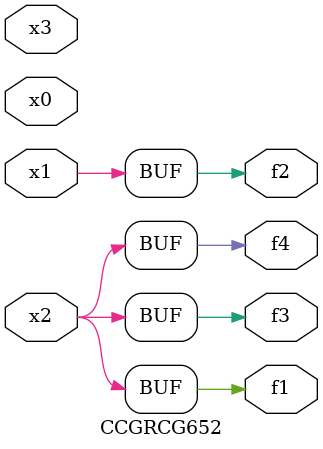
<source format=v>
module CCGRCG652(
	input x0, x1, x2, x3,
	output f1, f2, f3, f4
);
	assign f1 = x2;
	assign f2 = x1;
	assign f3 = x2;
	assign f4 = x2;
endmodule

</source>
